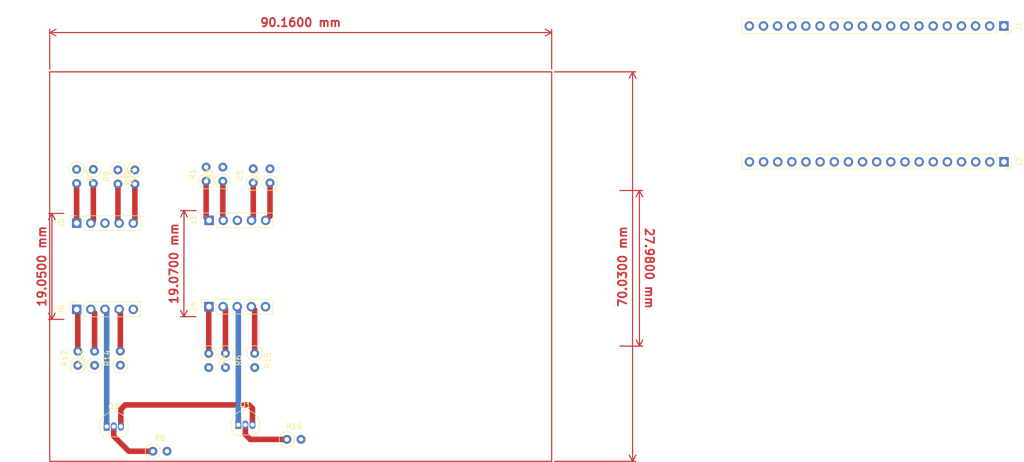
<source format=kicad_pcb>
(kicad_pcb (version 20221018) (generator pcbnew)
  (layers (0 "F.Cu" signal) (31 "B.Cu" signal) (34 "B.Paste" user) (35 "F.Paste" user) (36 "B.SilkS" user "B.Silkscreen") (37 "F.SilkS" user "F.Silkscreen") (38 "B.Mask" user) (39 "F.Mask" user) (44 "Edge.Cuts" user))
  (net 0 "")
  (net 7 "Net-(J1-Pin_7)")
  (net 8 "Net-(J1-Pin_8)")
  (net 9 "Net-(J1-Pin_9)")
  (net 10 "Net-(J1-Pin_10)")
  (net 11 "Net-(J1-Pin_11)")
  (net 12 "Net-(J1-Pin_12)")
  (net 13 "Net-(J1-Pin_13)")
  (net 15 "GPIO13")
  (net 16 "GPIO9")
  (net 19 "5V")
  (net 21 "Net-(J2-Pin_2)")
  (net 22 "Net-(J2-Pin_3)")
  (net 23 "Net-(J2-Pin_4)")
  (net 24 "Net-(J2-Pin_5)")
  (net 25 "Net-(J2-Pin_6)")
  (net 27 "Net-(J2-Pin_8)")
  (net 28 "Net-(J2-Pin_9)")
  (net 39 "GPIO32")
  (net 40 "GPIO33")
  (net 42 "GPIO25")
  (net 43 "GPIO26")
  (net 44 "GPIO27")
  (net 45 "GPIO14")
  (net 46 "Net-(J4-Pin_3)")
  (net 47 "GPIO12")
  (net 49 "GPIO23")
  (net 50 "GPIO22")
  (net 52 "GPIO1")
  (net 53 "GPIO3")
  (net 54 "GPIO21")
  (net 55 "GPIO19")
  (net 56 "Net-(J6-Pin_3)")
  (net 57 "GPIO18")
  (net 59 "Net-(Q1-B)")
  (net 60 "Net-(Q2-B)")
  (footprint "Resistor_THT:R_Axial_DIN0207_L6.3mm_D2.5mm_P2.54mm_Vertical" (layer "F.Cu") (at 64.07 82.215 -90)
    (fp_text reference "R11" (at 1.37 1.36 90) (layer "F.SilkS"))
    (fp_text value "330")
    (fp_line (start 1.37 0) (end 1.44 0) (stroke (width 0.12)) (layer "F.SilkS"))
    (fp_circle (center 0 0) (end 1.37 0) (stroke (width 0.12)) (fill none) (layer "F.SilkS"))
    (pad "1" thru_hole circle (at 0 0 270) (size 1.6 1.6) (drill 0.8) (layers "*.Cu" "*.Mask") (net 24 "Net-(J2-Pin_5)"))
    (pad "2" thru_hole oval (at 2.54 0 270) (size 1.6 1.6) (drill 0.8) (layers "*.Cu" "*.Mask") (net 53 "GPIO3"))
  )
  (footprint "Resistor_THT:R_Axial_DIN0207_L6.3mm_D2.5mm_P2.54mm_Vertical" (layer "F.Cu") (at 76.87 84.25 90)
    (fp_text reference "R1" (at 1.27 -2.37 90) (layer "F.SilkS"))
    (fp_text value "330")
    (fp_line (start 1.37 0) (end 1.44 0) (stroke (width 0.12)) (layer "F.SilkS"))
    (fp_circle (center 0 0) (end 1.37 0) (stroke (width 0.12)) (fill none) (layer "F.SilkS"))
    (pad "1" thru_hole circle (at 0 0 90) (size 1.6 1.6) (drill 0.8) (layers "*.Cu" "*.Mask") (net 39 "GPIO32"))
    (pad "2" thru_hole oval (at 2.54 0 90) (size 1.6 1.6) (drill 0.8) (layers "*.Cu" "*.Mask") (net 7 "Net-(J1-Pin_7)"))
  )
  (footprint "Connector_PinSocket_2.54mm:PinSocket_1x19_P2.54mm_Vertical" (layer "F.Cu") (at 220.15 56.34 -90)
    (fp_text reference "J1" (at 0 -2.77 90) (layer "F.SilkS"))
    (fp_text value "Conn_01x19")
    (fp_line (start -1.33 1.27) (end -1.33 47.05) (stroke (width 0.12)) (layer "F.SilkS"))
    (fp_line (start -1.33 1.27) (end 1.33 1.27) (stroke (width 0.12)) (layer "F.SilkS"))
    (fp_line (start -1.33 47.05) (end 1.33 47.05) (stroke (width 0.12)) (layer "F.SilkS"))
    (fp_line (start 0 -1.33) (end 1.33 -1.33) (stroke (width 0.12)) (layer "F.SilkS"))
    (fp_line (start 1.33 -1.33) (end 1.33 0) (stroke (width 0.12)) (layer "F.SilkS"))
    (fp_line (start 1.33 1.27) (end 1.33 47.05) (stroke (width 0.12)) (layer "F.SilkS"))
    (pad "1" thru_hole rect (at 0 0 270) (size 1.7 1.7) (drill 1) (layers "*.Cu" "*.Mask"))
    (pad "2" thru_hole oval (at 0 2.54 270) (size 1.7 1.7) (drill 1) (layers "*.Cu" "*.Mask"))
    (pad "3" thru_hole oval (at 0 5.08 270) (size 1.7 1.7) (drill 1) (layers "*.Cu" "*.Mask"))
    (pad "4" thru_hole oval (at 0 7.62 270) (size 1.7 1.7) (drill 1) (layers "*.Cu" "*.Mask"))
    (pad "5" thru_hole oval (at 0 10.16 270) (size 1.7 1.7) (drill 1) (layers "*.Cu" "*.Mask"))
    (pad "6" thru_hole oval (at 0 12.7 270) (size 1.7 1.7) (drill 1) (layers "*.Cu" "*.Mask"))
    (pad "7" thru_hole oval (at 0 15.24 270) (size 1.7 1.7) (drill 1) (layers "*.Cu" "*.Mask") (net 7 "Net-(J1-Pin_7)"))
    (pad "8" thru_hole oval (at 0 17.78 270) (size 1.7 1.7) (drill 1) (layers "*.Cu" "*.Mask") (net 8 "Net-(J1-Pin_8)"))
    (pad "9" thru_hole oval (at 0 20.32 270) (size 1.7 1.7) (drill 1) (layers "*.Cu" "*.Mask") (net 9 "Net-(J1-Pin_9)"))
    (pad "10" thru_hole oval (at 0 22.86 270) (size 1.7 1.7) (drill 1) (layers "*.Cu" "*.Mask") (net 10 "Net-(J1-Pin_10)"))
    (pad "11" thru_hole oval (at 0 25.4 270) (size 1.7 1.7) (drill 1) (layers "*.Cu" "*.Mask") (net 11 "Net-(J1-Pin_11)"))
    (pad "12" thru_hole oval (at 0 27.94 270) (size 1.7 1.7) (drill 1) (layers "*.Cu" "*.Mask") (net 12 "Net-(J1-Pin_12)"))
    (pad "13" thru_hole oval (at 0 30.48 270) (size 1.7 1.7) (drill 1) (layers "*.Cu" "*.Mask") (net 13 "Net-(J1-Pin_13)"))
    (pad "14" thru_hole oval (at 0 33.02 270) (size 1.7 1.7) (drill 1) (layers "*.Cu" "*.Mask"))
    (pad "15" thru_hole oval (at 0 35.56 270) (size 1.7 1.7) (drill 1) (layers "*.Cu" "*.Mask") (net 15 "GPIO13"))
    (pad "16" thru_hole oval (at 0 38.1 270) (size 1.7 1.7) (drill 1) (layers "*.Cu" "*.Mask") (net 16 "GPIO9"))
    (pad "17" thru_hole oval (at 0 40.64 270) (size 1.7 1.7) (drill 1) (layers "*.Cu" "*.Mask"))
    (pad "18" thru_hole oval (at 0 43.18 270) (size 1.7 1.7) (drill 1) (layers "*.Cu" "*.Mask"))
    (pad "19" thru_hole oval (at 0 45.72 270) (size 1.7 1.7) (drill 1) (layers "*.Cu" "*.Mask") (net 19 "5V"))
  )
  (footprint "Resistor_THT:R_Axial_DIN0207_L6.3mm_D2.5mm_P2.54mm_Vertical" (layer "F.Cu") (at 56.61 82.125 -90)
    (fp_text reference "R9" (at 1.27 -2.37 90) (layer "F.SilkS"))
    (fp_text value "330")
    (fp_line (start 1.37 0) (end 1.44 0) (stroke (width 0.12)) (layer "F.SilkS"))
    (fp_circle (center 0 0) (end 1.37 0) (stroke (width 0.12)) (fill none) (layer "F.SilkS"))
    (pad "1" thru_hole circle (at 0 0 270) (size 1.6 1.6) (drill 0.8) (layers "*.Cu" "*.Mask") (net 22 "Net-(J2-Pin_3)"))
    (pad "2" thru_hole oval (at 2.54 0 270) (size 1.6 1.6) (drill 0.8) (layers "*.Cu" "*.Mask") (net 50 "GPIO22"))
  )
  (footprint "Resistor_THT:R_Axial_DIN0207_L6.3mm_D2.5mm_P2.54mm_Vertical" (layer "F.Cu") (at 61.03 82.215 -90)
    (fp_text reference "R10" (at 1.27 -2.37 90) (layer "F.SilkS"))
    (fp_text value "330")
    (fp_line (start 1.37 0) (end 1.44 0) (stroke (width 0.12)) (layer "F.SilkS"))
    (fp_circle (center 0 0) (end 1.37 0) (stroke (width 0.12)) (fill none) (layer "F.SilkS"))
    (pad "1" thru_hole circle (at 0 0 270) (size 1.6 1.6) (drill 0.8) (layers "*.Cu" "*.Mask") (net 23 "Net-(J2-Pin_4)"))
    (pad "2" thru_hole oval (at 2.54 0 270) (size 1.6 1.6) (drill 0.8) (layers "*.Cu" "*.Mask") (net 52 "GPIO1"))
  )
  (footprint "Resistor_THT:R_Axial_DIN0207_L6.3mm_D2.5mm_P2.54mm_Vertical" (layer "F.Cu") (at 88.34 84.56 90)
    (fp_text reference "R4" (at 1.27 -2.37 90) (layer "F.SilkS"))
    (fp_text value "330")
    (fp_line (start 1.37 0) (end 1.44 0) (stroke (width 0.12)) (layer "F.SilkS"))
    (fp_circle (center 0 0) (end 1.37 0) (stroke (width 0.12)) (fill none) (layer "F.SilkS"))
    (pad "1" thru_hole circle (at 0 0 90) (size 1.6 1.6) (drill 0.8) (layers "*.Cu" "*.Mask") (net 43 "GPIO26"))
    (pad "2" thru_hole oval (at 2.54 0 90) (size 1.6 1.6) (drill 0.8) (layers "*.Cu" "*.Mask") (net 10 "Net-(J1-Pin_10)"))
  )
  (footprint "Resistor_THT:R_Axial_DIN0207_L6.3mm_D2.5mm_P2.54mm_Vertical" (layer "F.Cu") (at 85.59 115.205 -90)
    (fp_text reference "R15" (at 1.27 -2.37 90) (layer "F.SilkS"))
    (fp_text value "330")
    (fp_line (start 1.37 0) (end 1.44 0) (stroke (width 0.12)) (layer "F.SilkS"))
    (fp_circle (center 0 0) (end 1.37 0) (stroke (width 0.12)) (fill none) (layer "F.SilkS"))
    (pad "1" thru_hole circle (at 0 0 270) (size 1.6 1.6) (drill 0.8) (layers "*.Cu" "*.Mask") (net 47 "GPIO12"))
    (pad "2" thru_hole oval (at 2.54 0 270) (size 1.6 1.6) (drill 0.8) (layers "*.Cu" "*.Mask") (net 11 "Net-(J1-Pin_11)"))
  )
  (footprint "Connector_PinSocket_2.54mm:PinSocket_1x19_P2.54mm_Vertical" (layer "F.Cu") (at 220.17 80.77 -90)
    (fp_text reference "J2" (at 0 -2.77 90) (layer "F.SilkS"))
    (fp_text value "Conn_01x19")
    (fp_line (start -1.33 1.27) (end -1.33 47.05) (stroke (width 0.12)) (layer "F.SilkS"))
    (fp_line (start -1.33 1.27) (end 1.33 1.27) (stroke (width 0.12)) (layer "F.SilkS"))
    (fp_line (start -1.33 47.05) (end 1.33 47.05) (stroke (width 0.12)) (layer "F.SilkS"))
    (fp_line (start 0 -1.33) (end 1.33 -1.33) (stroke (width 0.12)) (layer "F.SilkS"))
    (fp_line (start 1.33 -1.33) (end 1.33 0) (stroke (width 0.12)) (layer "F.SilkS"))
    (fp_line (start 1.33 1.27) (end 1.33 47.05) (stroke (width 0.12)) (layer "F.SilkS"))
    (pad "1" thru_hole rect (at 0 0 270) (size 1.7 1.7) (drill 1) (layers "*.Cu" "*.Mask"))
    (pad "2" thru_hole oval (at 0 2.54 270) (size 1.7 1.7) (drill 1) (layers "*.Cu" "*.Mask") (net 21 "Net-(J2-Pin_2)"))
    (pad "3" thru_hole oval (at 0 5.08 270) (size 1.7 1.7) (drill 1) (layers "*.Cu" "*.Mask") (net 22 "Net-(J2-Pin_3)"))
    (pad "4" thru_hole oval (at 0 7.62 270) (size 1.7 1.7) (drill 1) (layers "*.Cu" "*.Mask") (net 23 "Net-(J2-Pin_4)"))
    (pad "5" thru_hole oval (at 0 10.16 270) (size 1.7 1.7) (drill 1) (layers "*.Cu" "*.Mask") (net 24 "Net-(J2-Pin_5)"))
    (pad "6" thru_hole oval (at 0 12.7 270) (size 1.7 1.7) (drill 1) (layers "*.Cu" "*.Mask") (net 25 "Net-(J2-Pin_6)"))
    (pad "7" thru_hole oval (at 0 15.24 270) (size 1.7 1.7) (drill 1) (layers "*.Cu" "*.Mask"))
    (pad "8" thru_hole oval (at 0 17.78 270) (size 1.7 1.7) (drill 1) (layers "*.Cu" "*.Mask") (net 27 "Net-(J2-Pin_8)"))
    (pad "9" thru_hole oval (at 0 20.32 270) (size 1.7 1.7) (drill 1) (layers "*.Cu" "*.Mask") (net 28 "Net-(J2-Pin_9)"))
    (pad "10" thru_hole oval (at 0 22.86 270) (size 1.7 1.7) (drill 1) (layers "*.Cu" "*.Mask"))
    (pad "11" thru_hole oval (at 0 25.4 270) (size 1.7 1.7) (drill 1) (layers "*.Cu" "*.Mask"))
    (pad "12" thru_hole oval (at 0 27.94 270) (size 1.7 1.7) (drill 1) (layers "*.Cu" "*.Mask"))
    (pad "13" thru_hole oval (at 0 30.48 270) (size 1.7 1.7) (drill 1) (layers "*.Cu" "*.Mask"))
    (pad "14" thru_hole oval (at 0 33.02 270) (size 1.7 1.7) (drill 1) (layers "*.Cu" "*.Mask"))
    (pad "15" thru_hole oval (at 0 35.56 270) (size 1.7 1.7) (drill 1) (layers "*.Cu" "*.Mask"))
    (pad "16" thru_hole oval (at 0 38.1 270) (size 1.7 1.7) (drill 1) (layers "*.Cu" "*.Mask"))
    (pad "17" thru_hole oval (at 0 40.64 270) (size 1.7 1.7) (drill 1) (layers "*.Cu" "*.Mask"))
    (pad "18" thru_hole oval (at 0 43.18 270) (size 1.7 1.7) (drill 1) (layers "*.Cu" "*.Mask"))
    (pad "19" thru_hole oval (at 0 45.72 270) (size 1.7 1.7) (drill 1) (layers "*.Cu" "*.Mask"))
  )
  (footprint "Package_TO_SOT_THT:TO-92_Inline" (layer "F.Cu") (at 59.01 128.355)
    (fp_text reference "Q2" (at 1.27 -3.56) (layer "F.SilkS"))
    (fp_text value "2N3904")
    (fp_line (start -0.53 1.85) (end 3.07 1.85) (stroke (width 0.12)) (layer "F.SilkS"))
    (fp_arc (start -0.568478 1.838478) (mid -1.132087 -0.994977) (end 1.27 -2.6) (stroke (width 0.12)) (layer "F.SilkS"))
    (fp_arc (start 1.27 -2.6) (mid 3.672087 -0.994977) (end 3.108478 1.838478) (stroke (width 0.12)) (layer "F.SilkS"))
    (pad "1" thru_hole rect (at 0 0) (size 1.05 1.5) (drill 0.75) (layers "*.Cu" "*.Mask") (net 56 "Net-(J6-Pin_3)"))
    (pad "2" thru_hole oval (at 1.27 0) (size 1.05 1.5) (drill 0.75) (layers "*.Cu" "*.Mask") (net 60 "Net-(Q2-B)"))
    (pad "3" thru_hole oval (at 2.54 0) (size 1.05 1.5) (drill 0.75) (layers "*.Cu" "*.Mask") (net 19 "5V"))
  )
  (footprint "Connector_PinSocket_2.54mm:PinSocket_1x05_P2.54mm_Vertical" (layer "F.Cu") (at 77.4 91.29 90)
    (fp_text reference "J3" (at 0 -2.77 90) (layer "F.SilkS"))
    (fp_text value "Conn_01x05" hide)
    (fp_line (start -1.33 1.27) (end -1.33 11.49) (stroke (width 0.12)) (layer "F.SilkS"))
    (fp_line (start -1.33 1.27) (end 1.33 1.27) (stroke (width 0.12)) (layer "F.SilkS"))
    (fp_line (start -1.33 11.49) (end 1.33 11.49) (stroke (width 0.12)) (layer "F.SilkS"))
    (fp_line (start 0 -1.33) (end 1.33 -1.33) (stroke (width 0.12)) (layer "F.SilkS"))
    (fp_line (start 1.33 -1.33) (end 1.33 0) (stroke (width 0.12)) (layer "F.SilkS"))
    (fp_line (start 1.33 1.27) (end 1.33 11.49) (stroke (width 0.12)) (layer "F.SilkS"))
    (pad "1" thru_hole rect (at 0 0 90) (size 1.7 1.7) (drill 1) (layers "*.Cu" "*.Mask") (net 39 "GPIO32"))
    (pad "2" thru_hole oval (at 0 2.54 90) (size 1.7 1.7) (drill 1) (layers "*.Cu" "*.Mask") (net 40 "GPIO33"))
    (pad "3" thru_hole oval (at 0 5.08 90) (size 1.7 1.7) (drill 1) (layers "*.Cu" "*.Mask"))
    (pad "4" thru_hole oval (at 0 7.62 90) (size 1.7 1.7) (drill 1) (layers "*.Cu" "*.Mask") (net 42 "GPIO25"))
    (pad "5" thru_hole oval (at 0 10.16 90) (size 1.7 1.7) (drill 1) (layers "*.Cu" "*.Mask") (net 43 "GPIO26"))
  )
  (footprint "Package_TO_SOT_THT:TO-92_Inline" (layer "F.Cu") (at 82.65 128.045)
    (fp_text reference "Q1" (at 1.27 -3.56) (layer "F.SilkS"))
    (fp_text value "2N3904")
    (fp_line (start -0.53 1.85) (end 3.07 1.85) (stroke (width 0.12)) (layer "F.SilkS"))
    (fp_arc (start -0.568478 1.838478) (mid -1.132087 -0.994977) (end 1.27 -2.6) (stroke (width 0.12)) (layer "F.SilkS"))
    (fp_arc (start 1.27 -2.6) (mid 3.672087 -0.994977) (end 3.108478 1.838478) (stroke (width 0.12)) (layer "F.SilkS"))
    (pad "1" thru_hole rect (at 0 0) (size 1.05 1.5) (drill 0.75) (layers "*.Cu" "*.Mask") (net 46 "Net-(J4-Pin_3)"))
    (pad "2" thru_hole oval (at 1.27 0) (size 1.05 1.5) (drill 0.75) (layers "*.Cu" "*.Mask") (net 59 "Net-(Q1-B)"))
    (pad "3" thru_hole oval (at 2.54 0) (size 1.05 1.5) (drill 0.75) (layers "*.Cu" "*.Mask") (net 19 "5V"))
  )
  (footprint "Resistor_THT:R_Axial_DIN0207_L6.3mm_D2.5mm_P2.54mm_Vertical" (layer "F.Cu") (at 61.46 117.335 90)
    (fp_text reference "R14" (at 1.27 -2.37 90) (layer "F.SilkS"))
    (fp_text value "330")
    (fp_line (start 1.37 0) (end 1.44 0) (stroke (width 0.12)) (layer "F.SilkS"))
    (fp_circle (center 0 0) (end 1.37 0) (stroke (width 0.12)) (fill none) (layer "F.SilkS"))
    (pad "1" thru_hole circle (at 0 0 90) (size 1.6 1.6) (drill 0.8) (layers "*.Cu" "*.Mask") (net 28 "Net-(J2-Pin_9)"))
    (pad "2" thru_hole oval (at 2.54 0 90) (size 1.6 1.6) (drill 0.8) (layers "*.Cu" "*.Mask") (net 57 "GPIO18"))
  )
  (footprint "Resistor_THT:R_Axial_DIN0207_L6.3mm_D2.5mm_P2.54mm_Vertical" (layer "F.Cu") (at 85.33 84.555 90)
    (fp_text reference "R3" (at 1.27 -2.37 90) (layer "F.SilkS"))
    (fp_text value "330")
    (fp_line (start 1.37 0) (end 1.44 0) (stroke (width 0.12)) (layer "F.SilkS"))
    (fp_circle (center 0 0) (end 1.37 0) (stroke (width 0.12)) (fill none) (layer "F.SilkS"))
    (pad "1" thru_hole circle (at 0 0 90) (size 1.6 1.6) (drill 0.8) (layers "*.Cu" "*.Mask") (net 42 "GPIO25"))
    (pad "2" thru_hole oval (at 2.54 0 90) (size 1.6 1.6) (drill 0.8) (layers "*.Cu" "*.Mask") (net 9 "Net-(J1-Pin_9)"))
  )
  (footprint "Resistor_THT:R_Axial_DIN0207_L6.3mm_D2.5mm_P2.54mm_Vertical" (layer "F.Cu") (at 91.38 130.67)
    (fp_text reference "R16" (at 1.27 -2.37) (layer "F.SilkS"))
    (fp_text value "1000")
    (fp_line (start 1.37 0) (end 1.44 0) (stroke (width 0.12)) (layer "F.SilkS"))
    (fp_circle (center 0 0) (end 1.37 0) (stroke (width 0.12)) (fill none) (layer "F.SilkS"))
    (pad "1" thru_hole circle (at 0 0) (size 1.6 1.6) (drill 0.8) (layers "*.Cu" "*.Mask") (net 59 "Net-(Q1-B)"))
    (pad "2" thru_hole oval (at 2.54 0) (size 1.6 1.6) (drill 0.8) (layers "*.Cu" "*.Mask") (net 16 "GPIO9"))
  )
  (footprint "Resistor_THT:R_Axial_DIN0207_L6.3mm_D2.5mm_P2.54mm_Vertical" (layer "F.Cu") (at 79.87 84.255 90)
    (fp_text reference "R2" (at 1.27 -2.37 90) (layer "F.SilkS"))
    (fp_text value "330")
    (fp_line (start 1.37 0) (end 1.44 0) (stroke (width 0.12)) (layer "F.SilkS"))
    (fp_circle (center 0 0) (end 1.37 0) (stroke (width 0.12)) (fill none) (layer "F.SilkS"))
    (pad "1" thru_hole circle (at 0 0 90) (size 1.6 1.6) (drill 0.8) (layers "*.Cu" "*.Mask") (net 40 "GPIO33"))
    (pad "2" thru_hole oval (at 2.54 0 90) (size 1.6 1.6) (drill 0.8) (layers "*.Cu" "*.Mask") (net 8 "Net-(J1-Pin_8)"))
  )
  (footprint "Resistor_THT:R_Axial_DIN0207_L6.3mm_D2.5mm_P2.54mm_Vertical" (layer "F.Cu") (at 77.34 115.21 -90)
    (fp_text reference "R5" (at 1.27 -2.37 -90) (layer "F.SilkS"))
    (fp_text value "330")
    (fp_line (start 1.37 0) (end 1.44 0) (stroke (width 0.12)) (layer "F.SilkS"))
    (fp_circle (center 0 0) (end 1.37 0) (stroke (width 0.12)) (fill none) (layer "F.SilkS"))
    (pad "1" thru_hole circle (at 0 0 270) (size 1.6 1.6) (drill 0.8) (layers "*.Cu" "*.Mask") (net 44 "GPIO27"))
    (pad "2" thru_hole oval (at 2.54 0 270) (size 1.6 1.6) (drill 0.8) (layers "*.Cu" "*.Mask") (net 13 "Net-(J1-Pin_13)"))
  )
  (footprint "Connector_PinSocket_2.54mm:PinSocket_1x05_P2.54mm_Vertical" (layer "F.Cu") (at 53.62 91.79 90)
    (fp_text reference "J5" (at 0 -2.77 90) (layer "F.SilkS"))
    (fp_text value "Conn_01x05" hide)
    (fp_line (start -1.33 1.27) (end -1.33 11.49) (stroke (width 0.12)) (layer "F.SilkS"))
    (fp_line (start -1.33 1.27) (end 1.33 1.27) (stroke (width 0.12)) (layer "F.SilkS"))
    (fp_line (start -1.33 11.49) (end 1.33 11.49) (stroke (width 0.12)) (layer "F.SilkS"))
    (fp_line (start 0 -1.33) (end 1.33 -1.33) (stroke (width 0.12)) (layer "F.SilkS"))
    (fp_line (start 1.33 -1.33) (end 1.33 0) (stroke (width 0.12)) (layer "F.SilkS"))
    (fp_line (start 1.33 1.27) (end 1.33 11.49) (stroke (width 0.12)) (layer "F.SilkS"))
    (pad "1" thru_hole rect (at 0 0 90) (size 1.7 1.7) (drill 1) (layers "*.Cu" "*.Mask") (net 49 "GPIO23"))
    (pad "2" thru_hole oval (at 0 2.54 90) (size 1.7 1.7) (drill 1) (layers "*.Cu" "*.Mask") (net 50 "GPIO22"))
    (pad "3" thru_hole oval (at 0 5.08 90) (size 1.7 1.7) (drill 1) (layers "*.Cu" "*.Mask"))
    (pad "4" thru_hole oval (at 0 7.62 90) (size 1.7 1.7) (drill 1) (layers "*.Cu" "*.Mask") (net 52 "GPIO1"))
    (pad "5" thru_hole oval (at 0 10.16 90) (size 1.7 1.7) (drill 1) (layers "*.Cu" "*.Mask") (net 53 "GPIO3"))
  )
  (footprint "Resistor_THT:R_Axial_DIN0207_L6.3mm_D2.5mm_P2.54mm_Vertical" (layer "F.Cu") (at 67.305 132.8)
    (fp_text reference "R8" (at 1.27 -2.37) (layer "F.SilkS"))
    (fp_text value "1000")
    (fp_line (start 1.37 0) (end 1.44 0) (stroke (width 0.12)) (layer "F.SilkS"))
    (fp_circle (center 0 0) (end 1.37 0) (stroke (width 0.12)) (fill none) (layer "F.SilkS"))
    (pad "1" thru_hole circle (at 0 0) (size 1.6 1.6) (drill 0.8) (layers "*.Cu" "*.Mask") (net 60 "Net-(Q2-B)"))
    (pad "2" thru_hole oval (at 2.54 0) (size 1.6 1.6) (drill 0.8) (layers "*.Cu" "*.Mask") (net 15 "GPIO13"))
  )
  (footprint "Connector_PinSocket_2.54mm:PinSocket_1x05_P2.54mm_Vertical" (layer "F.Cu") (at 53.62 107.29 90)
    (fp_text reference "J6" (at 0 -2.77 90) (layer "F.SilkS"))
    (fp_text value "Conn_01x05" hide)
    (fp_line (start -1.33 1.27) (end -1.33 11.49) (stroke (width 0.12)) (layer "F.SilkS"))
    (fp_line (start -1.33 1.27) (end 1.33 1.27) (stroke (width 0.12)) (layer "F.SilkS"))
    (fp_line (start -1.33 11.49) (end 1.33 11.49) (stroke (width 0.12)) (layer "F.SilkS"))
    (fp_line (start 0 -1.33) (end 1.33 -1.33) (stroke (width 0.12)) (layer "F.SilkS"))
    (fp_line (start 1.33 -1.33) (end 1.33 0) (stroke (width 0.12)) (layer "F.SilkS"))
    (fp_line (start 1.33 1.27) (end 1.33 11.49) (stroke (width 0.12)) (layer "F.SilkS"))
    (pad "1" thru_hole rect (at 0 0 90) (size 1.7 1.7) (drill 1) (layers "*.Cu" "*.Mask") (net 54 "GPIO21"))
    (pad "2" thru_hole oval (at 0 2.54 90) (size 1.7 1.7) (drill 1) (layers "*.Cu" "*.Mask") (net 55 "GPIO19"))
    (pad "3" thru_hole oval (at 0 5.08 90) (size 1.7 1.7) (drill 1) (layers "*.Cu" "*.Mask") (net 56 "Net-(J6-Pin_3)"))
    (pad "4" thru_hole oval (at 0 7.62 90) (size 1.7 1.7) (drill 1) (layers "*.Cu" "*.Mask") (net 57 "GPIO18"))
    (pad "5" thru_hole oval (at 0 10.16 90) (size 1.7 1.7) (drill 1) (layers "*.Cu" "*.Mask"))
  )
  (footprint "Resistor_THT:R_Axial_DIN0207_L6.3mm_D2.5mm_P2.54mm_Vertical" (layer "F.Cu") (at 53.82 117.355 90)
    (fp_text reference "R12" (at 1.27 -2.37 90) (layer "F.SilkS"))
    (fp_text value "330")
    (fp_line (start 1.37 0) (end 1.44 0) (stroke (width 0.12)) (layer "F.SilkS"))
    (fp_circle (center 0 0) (end 1.37 0) (stroke (width 0.12)) (fill none) (layer "F.SilkS"))
    (pad "1" thru_hole circle (at 0 0 90) (size 1.6 1.6) (drill 0.8) (layers "*.Cu" "*.Mask") (net 25 "Net-(J2-Pin_6)"))
    (pad "2" thru_hole oval (at 2.54 0 90) (size 1.6 1.6) (drill 0.8) (layers "*.Cu" "*.Mask") (net 54 "GPIO21"))
  )
  (footprint "Resistor_THT:R_Axial_DIN0207_L6.3mm_D2.5mm_P2.54mm_Vertical" (layer "F.Cu") (at 53.61 82.125 -90)
    (fp_text reference "R7" (at 1.27 -2.37 -90) (layer "F.SilkS"))
    (fp_text value "330")
    (fp_line (start 1.37 0) (end 1.44 0) (stroke (width 0.12)) (layer "F.SilkS"))
    (fp_circle (center 0 0) (end 1.37 0) (stroke (width 0.12)) (fill none) (layer "F.SilkS"))
    (pad "1" thru_hole circle (at 0 0 270) (size 1.6 1.6) (drill 0.8) (layers "*.Cu" "*.Mask") (net 21 "Net-(J2-Pin_2)"))
    (pad "2" thru_hole oval (at 2.54 0 270) (size 1.6 1.6) (drill 0.8) (layers "*.Cu" "*.Mask") (net 49 "GPIO23"))
  )
  (footprint "Connector_PinSocket_2.54mm:PinSocket_1x05_P2.54mm_Vertical" (layer "F.Cu") (at 77.37 106.81 90)
    (fp_text reference "J4" (at 0 -2.77 90) (layer "F.SilkS"))
    (fp_text value "Conn_01x05" hide)
    (fp_line (start -1.33 1.27) (end -1.33 11.49) (stroke (width 0.12)) (layer "F.SilkS"))
    (fp_line (start -1.33 1.27) (end 1.33 1.27) (stroke (width 0.12)) (layer "F.SilkS"))
    (fp_line (start -1.33 11.49) (end 1.33 11.49) (stroke (width 0.12)) (layer "F.SilkS"))
    (fp_line (start 0 -1.33) (end 1.33 -1.33) (stroke (width 0.12)) (layer "F.SilkS"))
    (fp_line (start 1.33 -1.33) (end 1.33 0) (stroke (width 0.12)) (layer "F.SilkS"))
    (fp_line (start 1.33 1.27) (end 1.33 11.49) (stroke (width 0.12)) (layer "F.SilkS"))
    (pad "1" thru_hole rect (at 0 0 90) (size 1.7 1.7) (drill 1) (layers "*.Cu" "*.Mask") (net 44 "GPIO27"))
    (pad "2" thru_hole oval (at 0 2.54 90) (size 1.7 1.7) (drill 1) (layers "*.Cu" "*.Mask") (net 45 "GPIO14"))
    (pad "3" thru_hole oval (at 0 5.08 90) (size 1.7 1.7) (drill 1) (layers "*.Cu" "*.Mask") (net 46 "Net-(J4-Pin_3)"))
    (pad "4" thru_hole oval (at 0 7.62 90) (size 1.7 1.7) (drill 1) (layers "*.Cu" "*.Mask") (net 47 "GPIO12"))
    (pad "5" thru_hole oval (at 0 10.16 90) (size 1.7 1.7) (drill 1) (layers "*.Cu" "*.Mask"))
  )
  (footprint "Resistor_THT:R_Axial_DIN0207_L6.3mm_D2.5mm_P2.54mm_Vertical" (layer "F.Cu") (at 56.84 117.365 90)
    (fp_text reference "R13" (at 1.27 -2.37 90) (layer "F.SilkS"))
    (fp_text value "330")
    (fp_line (start 1.37 0) (end 1.44 0) (stroke (width 0.12)) (layer "F.SilkS"))
    (fp_circle (center 0 0) (end 1.37 0) (stroke (width 0.12)) (fill none) (layer "F.SilkS"))
    (pad "1" thru_hole circle (at 0 0 90) (size 1.6 1.6) (drill 0.8) (layers "*.Cu" "*.Mask") (net 27 "Net-(J2-Pin_8)"))
    (pad "2" thru_hole oval (at 2.54 0 90) (size 1.6 1.6) (drill 0.8) (layers "*.Cu" "*.Mask") (net 55 "GPIO19"))
  )
  (footprint "Resistor_THT:R_Axial_DIN0207_L6.3mm_D2.5mm_P2.54mm_Vertical" (layer "F.Cu") (at 80.34 115.21 -90)
    (fp_text reference "R6" (at 1.27 -2.37 -90) (layer "F.SilkS"))
    (fp_text value "330")
    (fp_line (start 1.37 0) (end 1.44 0) (stroke (width 0.12)) (layer "F.SilkS"))
    (fp_circle (center 0 0) (end 1.37 0) (stroke (width 0.12)) (fill none) (layer "F.SilkS"))
    (pad "1" thru_hole circle (at 0 0 270) (size 1.6 1.6) (drill 0.8) (layers "*.Cu" "*.Mask") (net 45 "GPIO14"))
    (pad "2" thru_hole oval (at 2.54 0 270) (size 1.6 1.6) (drill 0.8) (layers "*.Cu" "*.Mask") (net 12 "Net-(J1-Pin_12)"))
  )
  (gr_rect (start 48.77 64.59) (end 138.93 134.62) (stroke (width 0.2)) (fill none) (layer "F.Cu"))
  (dimension (type aligned) (layer "F.Cu") (pts (xy 150.66 85.92) (xy 150.68 113.9)) (height -4.022948) (gr_text "27,9800 mm" (at 156.492947 99.905837 270.0409548) (layer "F.Cu") (effects (font (size 1.5 1.5) (thickness 0.3)))) (format (prefix "") (suffix "") (units 3) (units_format 1) (precision 4)) (style (thickness 0.2) (arrow_length 1.27) (text_position_mode 0) (extension_height 0.58642) (extension_offset 0.5) keep_text_aligned))
  (dimension (type aligned) (layer "F.Cu") (pts (xy 48.77 64.59) (xy 138.93 64.59)) (height -7.07) (gr_text "90,1600 mm" (at 93.85 55.72) (layer "F.Cu") (effects (font (size 1.5 1.5) (thickness 0.3)))) (format (prefix "") (suffix "") (units 3) (units_format 1) (precision 4)) (style (thickness 0.2) (arrow_length 1.27) (text_position_mode 0) (extension_height 0.58642) (extension_offset 0.5) keep_text_aligned))
  (dimension (type aligned) (layer "F.Cu") (pts (xy 51.82 90.04) (xy 51.82 109.09)) (height 2.66) (gr_text "19,0500 mm" (at 47.36 99.565 90) (layer "F.Cu") (effects (font (size 1.5 1.5) (thickness 0.3)))) (format (prefix "") (suffix "") (units 3) (units_format 1) (precision 4)) (style (thickness 0.2) (arrow_length 1.27) (text_position_mode 0) (extension_height 0.58642) (extension_offset 0.5) keep_text_aligned))
  (dimension (type aligned) (layer "F.Cu") (pts (xy 138.93 64.59) (xy 138.93 134.62)) (height -14.53) (gr_text "70,0300 mm" (at 151.66 99.605 90) (layer "F.Cu") (effects (font (size 1.5 1.5) (thickness 0.3)))) (format (prefix "") (suffix "") (units 3) (units_format 1) (precision 4)) (style (thickness 0.2) (arrow_length 1.27) (text_position_mode 0) (extension_height 0.58642) (extension_offset 0.5) keep_text_aligned))
  (dimension (type aligned) (layer "F.Cu") (pts (xy 75.6 89.54) (xy 75.57 108.61)) (height 2.701116) (gr_text "19,0700 mm" (at 71.083889 99.067919 89.90986513) (layer "F.Cu") (effects (font (size 1.5 1.5) (thickness 0.3)))) (format (prefix "") (suffix "") (units 3) (units_format 1) (precision 4)) (style (thickness 0.2) (arrow_length 1.27) (text_position_mode 0) (extension_height 0.58642) (extension_offset 0.5) keep_text_aligned))
  (segment (start 61.55 125.27) (end 62.35 124.47) (width 1) (layer "F.Cu") (net 19))
  (segment (start 84.56 124.47) (end 85.19 125.1) (width 1) (layer "F.Cu") (net 19))
  (segment (start 61.55 128.355) (end 61.55 125.27) (width 1) (layer "F.Cu") (net 19))
  (segment (start 62.35 124.47) (end 84.56 124.47) (width 1) (layer "F.Cu") (net 19))
  (segment (start 85.19 125.1) (end 85.19 128.045) (width 1) (layer "F.Cu") (net 19))
  (segment (start 76.87 90.76) (end 77.4 91.29) (width 1) (layer "F.Cu") (net 39))
  (segment (start 76.87 84.25) (end 76.87 90.76) (width 1) (layer "F.Cu") (net 39))
  (segment (start 79.87 91.22) (end 79.94 91.29) (width 1) (layer "F.Cu") (net 40))
  (segment (start 79.87 84.255) (end 79.87 91.22) (width 1) (layer "F.Cu") (net 40))
  (segment (start 85.33 84.555) (end 85.33 90.98) (width 1) (layer "F.Cu") (net 42))
  (segment (start 85.33 90.98) (end 85.02 91.29) (width 1) (layer "F.Cu") (net 42))
  (segment (start 88.34 84.56) (end 88.34 90.51) (width 1) (layer "F.Cu") (net 43))
  (segment (start 88.34 90.51) (end 87.56 91.29) (width 1) (layer "F.Cu") (net 43))
  (segment (start 77.34 115.21) (end 77.34 106.84) (width 1) (layer "F.Cu") (net 44))
  (segment (start 77.34 106.84) (end 77.37 106.81) (width 1) (layer "F.Cu") (net 44))
  (segment (start 80.34 107.24) (end 79.91 106.81) (width 1) (layer "F.Cu") (net 45))
  (segment (start 80.34 115.21) (end 80.34 107.24) (width 1) (layer "F.Cu") (net 45))
  (segment (start 82.65 107.01) (end 82.45 106.81) (width 1) (layer "B.Cu") (net 46))
  (segment (start 82.65 128.045) (end 82.65 107.01) (width 1) (layer "B.Cu") (net 46))
  (segment (start 85.59 115.205) (end 85.59 107.41) (width 1) (layer "F.Cu") (net 47))
  (segment (start 85.59 107.41) (end 84.99 106.81) (width 1) (layer "F.Cu") (net 47))
  (segment (start 53.61 84.665) (end 53.61 91.78) (width 1) (layer "F.Cu") (net 49))
  (segment (start 53.61 91.78) (end 53.62 91.79) (width 1) (layer "F.Cu") (net 49))
  (segment (start 56.61 84.665) (end 56.61 91.34) (width 1) (layer "F.Cu") (net 50))
  (segment (start 56.61 91.34) (end 56.16 91.79) (width 1) (layer "F.Cu") (net 50))
  (segment (start 61.03 84.755) (end 61.03 91.58) (width 1) (layer "F.Cu") (net 52))
  (segment (start 61.03 91.58) (end 61.24 91.79) (width 1) (layer "F.Cu") (net 52))
  (segment (start 64.07 91.5) (end 63.78 91.79) (width 1) (layer "F.Cu") (net 53))
  (segment (start 64.07 84.755) (end 64.07 91.5) (width 1) (layer "F.Cu") (net 53))
  (segment (start 53.82 107.49) (end 53.62 107.29) (width 1) (layer "F.Cu") (net 54))
  (segment (start 53.82 114.815) (end 53.82 107.49) (width 1) (layer "F.Cu") (net 54))
  (segment (start 56.84 107.97) (end 56.16 107.29) (width 1) (layer "F.Cu") (net 55))
  (segment (start 56.84 114.825) (end 56.84 107.97) (width 1) (layer "F.Cu") (net 55))
  (segment (start 59.01 107.6) (end 58.7 107.29) (width 1) (layer "B.Cu") (net 56))
  (segment (start 59.01 128.355) (end 59.01 107.6) (width 1) (layer "B.Cu") (net 56))
  (segment (start 61.46 107.51) (end 61.24 107.29) (width 1) (layer "F.Cu") (net 57))
  (segment (start 61.46 114.795) (end 61.46 107.51) (width 1) (layer "F.Cu") (net 57))
  (segment (start 91.38 130.67) (end 84.795 130.67) (width 1) (layer "F.Cu") (net 59))
  (segment (start 83.92 129.795) (end 83.92 128.045) (width 1) (layer "F.Cu") (net 59))
  (segment (start 84.795 130.67) (end 83.92 129.795) (width 1) (layer "F.Cu") (net 59))
  (segment (start 62.975 132.8) (end 60.28 130.105) (width 1) (layer "F.Cu") (net 60))
  (segment (start 67.305 132.8) (end 62.975 132.8) (width 1) (layer "F.Cu") (net 60))
  (segment (start 60.28 130.105) (end 60.28 128.355) (width 1) (layer "F.Cu") (net 60))
)
</source>
